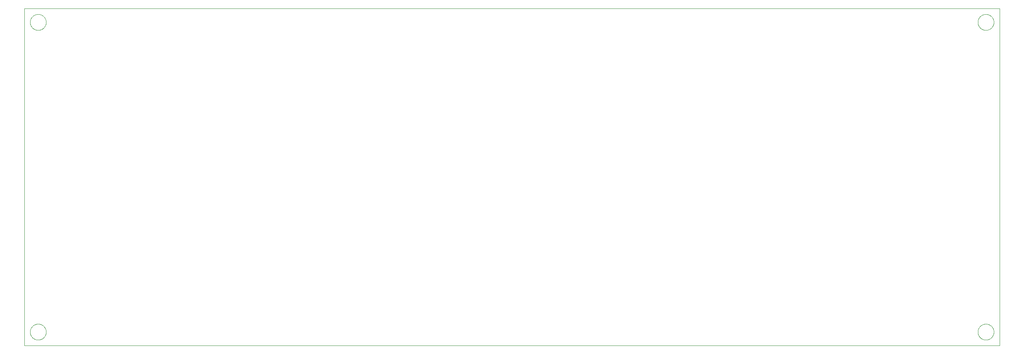
<source format=gtp>
G75*
%MOIN*%
%OFA0B0*%
%FSLAX25Y25*%
%IPPOS*%
%LPD*%
%AMOC8*
5,1,8,0,0,1.08239X$1,22.5*
%
%ADD10C,0.00000*%
D10*
X0001000Y0001000D02*
X0001000Y0292339D01*
X0841551Y0292339D01*
X0841551Y0001000D01*
X0001000Y0001000D01*
X0005921Y0012811D02*
X0005923Y0012980D01*
X0005929Y0013149D01*
X0005940Y0013318D01*
X0005954Y0013486D01*
X0005973Y0013654D01*
X0005996Y0013822D01*
X0006022Y0013989D01*
X0006053Y0014155D01*
X0006088Y0014321D01*
X0006127Y0014485D01*
X0006171Y0014649D01*
X0006218Y0014811D01*
X0006269Y0014972D01*
X0006324Y0015132D01*
X0006383Y0015291D01*
X0006445Y0015448D01*
X0006512Y0015603D01*
X0006583Y0015757D01*
X0006657Y0015909D01*
X0006735Y0016059D01*
X0006816Y0016207D01*
X0006901Y0016353D01*
X0006990Y0016497D01*
X0007082Y0016639D01*
X0007178Y0016778D01*
X0007277Y0016915D01*
X0007379Y0017050D01*
X0007485Y0017182D01*
X0007594Y0017311D01*
X0007706Y0017438D01*
X0007821Y0017562D01*
X0007939Y0017683D01*
X0008060Y0017801D01*
X0008184Y0017916D01*
X0008311Y0018028D01*
X0008440Y0018137D01*
X0008572Y0018243D01*
X0008707Y0018345D01*
X0008844Y0018444D01*
X0008983Y0018540D01*
X0009125Y0018632D01*
X0009269Y0018721D01*
X0009415Y0018806D01*
X0009563Y0018887D01*
X0009713Y0018965D01*
X0009865Y0019039D01*
X0010019Y0019110D01*
X0010174Y0019177D01*
X0010331Y0019239D01*
X0010490Y0019298D01*
X0010650Y0019353D01*
X0010811Y0019404D01*
X0010973Y0019451D01*
X0011137Y0019495D01*
X0011301Y0019534D01*
X0011467Y0019569D01*
X0011633Y0019600D01*
X0011800Y0019626D01*
X0011968Y0019649D01*
X0012136Y0019668D01*
X0012304Y0019682D01*
X0012473Y0019693D01*
X0012642Y0019699D01*
X0012811Y0019701D01*
X0012980Y0019699D01*
X0013149Y0019693D01*
X0013318Y0019682D01*
X0013486Y0019668D01*
X0013654Y0019649D01*
X0013822Y0019626D01*
X0013989Y0019600D01*
X0014155Y0019569D01*
X0014321Y0019534D01*
X0014485Y0019495D01*
X0014649Y0019451D01*
X0014811Y0019404D01*
X0014972Y0019353D01*
X0015132Y0019298D01*
X0015291Y0019239D01*
X0015448Y0019177D01*
X0015603Y0019110D01*
X0015757Y0019039D01*
X0015909Y0018965D01*
X0016059Y0018887D01*
X0016207Y0018806D01*
X0016353Y0018721D01*
X0016497Y0018632D01*
X0016639Y0018540D01*
X0016778Y0018444D01*
X0016915Y0018345D01*
X0017050Y0018243D01*
X0017182Y0018137D01*
X0017311Y0018028D01*
X0017438Y0017916D01*
X0017562Y0017801D01*
X0017683Y0017683D01*
X0017801Y0017562D01*
X0017916Y0017438D01*
X0018028Y0017311D01*
X0018137Y0017182D01*
X0018243Y0017050D01*
X0018345Y0016915D01*
X0018444Y0016778D01*
X0018540Y0016639D01*
X0018632Y0016497D01*
X0018721Y0016353D01*
X0018806Y0016207D01*
X0018887Y0016059D01*
X0018965Y0015909D01*
X0019039Y0015757D01*
X0019110Y0015603D01*
X0019177Y0015448D01*
X0019239Y0015291D01*
X0019298Y0015132D01*
X0019353Y0014972D01*
X0019404Y0014811D01*
X0019451Y0014649D01*
X0019495Y0014485D01*
X0019534Y0014321D01*
X0019569Y0014155D01*
X0019600Y0013989D01*
X0019626Y0013822D01*
X0019649Y0013654D01*
X0019668Y0013486D01*
X0019682Y0013318D01*
X0019693Y0013149D01*
X0019699Y0012980D01*
X0019701Y0012811D01*
X0019699Y0012642D01*
X0019693Y0012473D01*
X0019682Y0012304D01*
X0019668Y0012136D01*
X0019649Y0011968D01*
X0019626Y0011800D01*
X0019600Y0011633D01*
X0019569Y0011467D01*
X0019534Y0011301D01*
X0019495Y0011137D01*
X0019451Y0010973D01*
X0019404Y0010811D01*
X0019353Y0010650D01*
X0019298Y0010490D01*
X0019239Y0010331D01*
X0019177Y0010174D01*
X0019110Y0010019D01*
X0019039Y0009865D01*
X0018965Y0009713D01*
X0018887Y0009563D01*
X0018806Y0009415D01*
X0018721Y0009269D01*
X0018632Y0009125D01*
X0018540Y0008983D01*
X0018444Y0008844D01*
X0018345Y0008707D01*
X0018243Y0008572D01*
X0018137Y0008440D01*
X0018028Y0008311D01*
X0017916Y0008184D01*
X0017801Y0008060D01*
X0017683Y0007939D01*
X0017562Y0007821D01*
X0017438Y0007706D01*
X0017311Y0007594D01*
X0017182Y0007485D01*
X0017050Y0007379D01*
X0016915Y0007277D01*
X0016778Y0007178D01*
X0016639Y0007082D01*
X0016497Y0006990D01*
X0016353Y0006901D01*
X0016207Y0006816D01*
X0016059Y0006735D01*
X0015909Y0006657D01*
X0015757Y0006583D01*
X0015603Y0006512D01*
X0015448Y0006445D01*
X0015291Y0006383D01*
X0015132Y0006324D01*
X0014972Y0006269D01*
X0014811Y0006218D01*
X0014649Y0006171D01*
X0014485Y0006127D01*
X0014321Y0006088D01*
X0014155Y0006053D01*
X0013989Y0006022D01*
X0013822Y0005996D01*
X0013654Y0005973D01*
X0013486Y0005954D01*
X0013318Y0005940D01*
X0013149Y0005929D01*
X0012980Y0005923D01*
X0012811Y0005921D01*
X0012642Y0005923D01*
X0012473Y0005929D01*
X0012304Y0005940D01*
X0012136Y0005954D01*
X0011968Y0005973D01*
X0011800Y0005996D01*
X0011633Y0006022D01*
X0011467Y0006053D01*
X0011301Y0006088D01*
X0011137Y0006127D01*
X0010973Y0006171D01*
X0010811Y0006218D01*
X0010650Y0006269D01*
X0010490Y0006324D01*
X0010331Y0006383D01*
X0010174Y0006445D01*
X0010019Y0006512D01*
X0009865Y0006583D01*
X0009713Y0006657D01*
X0009563Y0006735D01*
X0009415Y0006816D01*
X0009269Y0006901D01*
X0009125Y0006990D01*
X0008983Y0007082D01*
X0008844Y0007178D01*
X0008707Y0007277D01*
X0008572Y0007379D01*
X0008440Y0007485D01*
X0008311Y0007594D01*
X0008184Y0007706D01*
X0008060Y0007821D01*
X0007939Y0007939D01*
X0007821Y0008060D01*
X0007706Y0008184D01*
X0007594Y0008311D01*
X0007485Y0008440D01*
X0007379Y0008572D01*
X0007277Y0008707D01*
X0007178Y0008844D01*
X0007082Y0008983D01*
X0006990Y0009125D01*
X0006901Y0009269D01*
X0006816Y0009415D01*
X0006735Y0009563D01*
X0006657Y0009713D01*
X0006583Y0009865D01*
X0006512Y0010019D01*
X0006445Y0010174D01*
X0006383Y0010331D01*
X0006324Y0010490D01*
X0006269Y0010650D01*
X0006218Y0010811D01*
X0006171Y0010973D01*
X0006127Y0011137D01*
X0006088Y0011301D01*
X0006053Y0011467D01*
X0006022Y0011633D01*
X0005996Y0011800D01*
X0005973Y0011968D01*
X0005954Y0012136D01*
X0005940Y0012304D01*
X0005929Y0012473D01*
X0005923Y0012642D01*
X0005921Y0012811D01*
X0005921Y0280528D02*
X0005923Y0280697D01*
X0005929Y0280866D01*
X0005940Y0281035D01*
X0005954Y0281203D01*
X0005973Y0281371D01*
X0005996Y0281539D01*
X0006022Y0281706D01*
X0006053Y0281872D01*
X0006088Y0282038D01*
X0006127Y0282202D01*
X0006171Y0282366D01*
X0006218Y0282528D01*
X0006269Y0282689D01*
X0006324Y0282849D01*
X0006383Y0283008D01*
X0006445Y0283165D01*
X0006512Y0283320D01*
X0006583Y0283474D01*
X0006657Y0283626D01*
X0006735Y0283776D01*
X0006816Y0283924D01*
X0006901Y0284070D01*
X0006990Y0284214D01*
X0007082Y0284356D01*
X0007178Y0284495D01*
X0007277Y0284632D01*
X0007379Y0284767D01*
X0007485Y0284899D01*
X0007594Y0285028D01*
X0007706Y0285155D01*
X0007821Y0285279D01*
X0007939Y0285400D01*
X0008060Y0285518D01*
X0008184Y0285633D01*
X0008311Y0285745D01*
X0008440Y0285854D01*
X0008572Y0285960D01*
X0008707Y0286062D01*
X0008844Y0286161D01*
X0008983Y0286257D01*
X0009125Y0286349D01*
X0009269Y0286438D01*
X0009415Y0286523D01*
X0009563Y0286604D01*
X0009713Y0286682D01*
X0009865Y0286756D01*
X0010019Y0286827D01*
X0010174Y0286894D01*
X0010331Y0286956D01*
X0010490Y0287015D01*
X0010650Y0287070D01*
X0010811Y0287121D01*
X0010973Y0287168D01*
X0011137Y0287212D01*
X0011301Y0287251D01*
X0011467Y0287286D01*
X0011633Y0287317D01*
X0011800Y0287343D01*
X0011968Y0287366D01*
X0012136Y0287385D01*
X0012304Y0287399D01*
X0012473Y0287410D01*
X0012642Y0287416D01*
X0012811Y0287418D01*
X0012980Y0287416D01*
X0013149Y0287410D01*
X0013318Y0287399D01*
X0013486Y0287385D01*
X0013654Y0287366D01*
X0013822Y0287343D01*
X0013989Y0287317D01*
X0014155Y0287286D01*
X0014321Y0287251D01*
X0014485Y0287212D01*
X0014649Y0287168D01*
X0014811Y0287121D01*
X0014972Y0287070D01*
X0015132Y0287015D01*
X0015291Y0286956D01*
X0015448Y0286894D01*
X0015603Y0286827D01*
X0015757Y0286756D01*
X0015909Y0286682D01*
X0016059Y0286604D01*
X0016207Y0286523D01*
X0016353Y0286438D01*
X0016497Y0286349D01*
X0016639Y0286257D01*
X0016778Y0286161D01*
X0016915Y0286062D01*
X0017050Y0285960D01*
X0017182Y0285854D01*
X0017311Y0285745D01*
X0017438Y0285633D01*
X0017562Y0285518D01*
X0017683Y0285400D01*
X0017801Y0285279D01*
X0017916Y0285155D01*
X0018028Y0285028D01*
X0018137Y0284899D01*
X0018243Y0284767D01*
X0018345Y0284632D01*
X0018444Y0284495D01*
X0018540Y0284356D01*
X0018632Y0284214D01*
X0018721Y0284070D01*
X0018806Y0283924D01*
X0018887Y0283776D01*
X0018965Y0283626D01*
X0019039Y0283474D01*
X0019110Y0283320D01*
X0019177Y0283165D01*
X0019239Y0283008D01*
X0019298Y0282849D01*
X0019353Y0282689D01*
X0019404Y0282528D01*
X0019451Y0282366D01*
X0019495Y0282202D01*
X0019534Y0282038D01*
X0019569Y0281872D01*
X0019600Y0281706D01*
X0019626Y0281539D01*
X0019649Y0281371D01*
X0019668Y0281203D01*
X0019682Y0281035D01*
X0019693Y0280866D01*
X0019699Y0280697D01*
X0019701Y0280528D01*
X0019699Y0280359D01*
X0019693Y0280190D01*
X0019682Y0280021D01*
X0019668Y0279853D01*
X0019649Y0279685D01*
X0019626Y0279517D01*
X0019600Y0279350D01*
X0019569Y0279184D01*
X0019534Y0279018D01*
X0019495Y0278854D01*
X0019451Y0278690D01*
X0019404Y0278528D01*
X0019353Y0278367D01*
X0019298Y0278207D01*
X0019239Y0278048D01*
X0019177Y0277891D01*
X0019110Y0277736D01*
X0019039Y0277582D01*
X0018965Y0277430D01*
X0018887Y0277280D01*
X0018806Y0277132D01*
X0018721Y0276986D01*
X0018632Y0276842D01*
X0018540Y0276700D01*
X0018444Y0276561D01*
X0018345Y0276424D01*
X0018243Y0276289D01*
X0018137Y0276157D01*
X0018028Y0276028D01*
X0017916Y0275901D01*
X0017801Y0275777D01*
X0017683Y0275656D01*
X0017562Y0275538D01*
X0017438Y0275423D01*
X0017311Y0275311D01*
X0017182Y0275202D01*
X0017050Y0275096D01*
X0016915Y0274994D01*
X0016778Y0274895D01*
X0016639Y0274799D01*
X0016497Y0274707D01*
X0016353Y0274618D01*
X0016207Y0274533D01*
X0016059Y0274452D01*
X0015909Y0274374D01*
X0015757Y0274300D01*
X0015603Y0274229D01*
X0015448Y0274162D01*
X0015291Y0274100D01*
X0015132Y0274041D01*
X0014972Y0273986D01*
X0014811Y0273935D01*
X0014649Y0273888D01*
X0014485Y0273844D01*
X0014321Y0273805D01*
X0014155Y0273770D01*
X0013989Y0273739D01*
X0013822Y0273713D01*
X0013654Y0273690D01*
X0013486Y0273671D01*
X0013318Y0273657D01*
X0013149Y0273646D01*
X0012980Y0273640D01*
X0012811Y0273638D01*
X0012642Y0273640D01*
X0012473Y0273646D01*
X0012304Y0273657D01*
X0012136Y0273671D01*
X0011968Y0273690D01*
X0011800Y0273713D01*
X0011633Y0273739D01*
X0011467Y0273770D01*
X0011301Y0273805D01*
X0011137Y0273844D01*
X0010973Y0273888D01*
X0010811Y0273935D01*
X0010650Y0273986D01*
X0010490Y0274041D01*
X0010331Y0274100D01*
X0010174Y0274162D01*
X0010019Y0274229D01*
X0009865Y0274300D01*
X0009713Y0274374D01*
X0009563Y0274452D01*
X0009415Y0274533D01*
X0009269Y0274618D01*
X0009125Y0274707D01*
X0008983Y0274799D01*
X0008844Y0274895D01*
X0008707Y0274994D01*
X0008572Y0275096D01*
X0008440Y0275202D01*
X0008311Y0275311D01*
X0008184Y0275423D01*
X0008060Y0275538D01*
X0007939Y0275656D01*
X0007821Y0275777D01*
X0007706Y0275901D01*
X0007594Y0276028D01*
X0007485Y0276157D01*
X0007379Y0276289D01*
X0007277Y0276424D01*
X0007178Y0276561D01*
X0007082Y0276700D01*
X0006990Y0276842D01*
X0006901Y0276986D01*
X0006816Y0277132D01*
X0006735Y0277280D01*
X0006657Y0277430D01*
X0006583Y0277582D01*
X0006512Y0277736D01*
X0006445Y0277891D01*
X0006383Y0278048D01*
X0006324Y0278207D01*
X0006269Y0278367D01*
X0006218Y0278528D01*
X0006171Y0278690D01*
X0006127Y0278854D01*
X0006088Y0279018D01*
X0006053Y0279184D01*
X0006022Y0279350D01*
X0005996Y0279517D01*
X0005973Y0279685D01*
X0005954Y0279853D01*
X0005940Y0280021D01*
X0005929Y0280190D01*
X0005923Y0280359D01*
X0005921Y0280528D01*
X0822850Y0280528D02*
X0822852Y0280697D01*
X0822858Y0280866D01*
X0822869Y0281035D01*
X0822883Y0281203D01*
X0822902Y0281371D01*
X0822925Y0281539D01*
X0822951Y0281706D01*
X0822982Y0281872D01*
X0823017Y0282038D01*
X0823056Y0282202D01*
X0823100Y0282366D01*
X0823147Y0282528D01*
X0823198Y0282689D01*
X0823253Y0282849D01*
X0823312Y0283008D01*
X0823374Y0283165D01*
X0823441Y0283320D01*
X0823512Y0283474D01*
X0823586Y0283626D01*
X0823664Y0283776D01*
X0823745Y0283924D01*
X0823830Y0284070D01*
X0823919Y0284214D01*
X0824011Y0284356D01*
X0824107Y0284495D01*
X0824206Y0284632D01*
X0824308Y0284767D01*
X0824414Y0284899D01*
X0824523Y0285028D01*
X0824635Y0285155D01*
X0824750Y0285279D01*
X0824868Y0285400D01*
X0824989Y0285518D01*
X0825113Y0285633D01*
X0825240Y0285745D01*
X0825369Y0285854D01*
X0825501Y0285960D01*
X0825636Y0286062D01*
X0825773Y0286161D01*
X0825912Y0286257D01*
X0826054Y0286349D01*
X0826198Y0286438D01*
X0826344Y0286523D01*
X0826492Y0286604D01*
X0826642Y0286682D01*
X0826794Y0286756D01*
X0826948Y0286827D01*
X0827103Y0286894D01*
X0827260Y0286956D01*
X0827419Y0287015D01*
X0827579Y0287070D01*
X0827740Y0287121D01*
X0827902Y0287168D01*
X0828066Y0287212D01*
X0828230Y0287251D01*
X0828396Y0287286D01*
X0828562Y0287317D01*
X0828729Y0287343D01*
X0828897Y0287366D01*
X0829065Y0287385D01*
X0829233Y0287399D01*
X0829402Y0287410D01*
X0829571Y0287416D01*
X0829740Y0287418D01*
X0829909Y0287416D01*
X0830078Y0287410D01*
X0830247Y0287399D01*
X0830415Y0287385D01*
X0830583Y0287366D01*
X0830751Y0287343D01*
X0830918Y0287317D01*
X0831084Y0287286D01*
X0831250Y0287251D01*
X0831414Y0287212D01*
X0831578Y0287168D01*
X0831740Y0287121D01*
X0831901Y0287070D01*
X0832061Y0287015D01*
X0832220Y0286956D01*
X0832377Y0286894D01*
X0832532Y0286827D01*
X0832686Y0286756D01*
X0832838Y0286682D01*
X0832988Y0286604D01*
X0833136Y0286523D01*
X0833282Y0286438D01*
X0833426Y0286349D01*
X0833568Y0286257D01*
X0833707Y0286161D01*
X0833844Y0286062D01*
X0833979Y0285960D01*
X0834111Y0285854D01*
X0834240Y0285745D01*
X0834367Y0285633D01*
X0834491Y0285518D01*
X0834612Y0285400D01*
X0834730Y0285279D01*
X0834845Y0285155D01*
X0834957Y0285028D01*
X0835066Y0284899D01*
X0835172Y0284767D01*
X0835274Y0284632D01*
X0835373Y0284495D01*
X0835469Y0284356D01*
X0835561Y0284214D01*
X0835650Y0284070D01*
X0835735Y0283924D01*
X0835816Y0283776D01*
X0835894Y0283626D01*
X0835968Y0283474D01*
X0836039Y0283320D01*
X0836106Y0283165D01*
X0836168Y0283008D01*
X0836227Y0282849D01*
X0836282Y0282689D01*
X0836333Y0282528D01*
X0836380Y0282366D01*
X0836424Y0282202D01*
X0836463Y0282038D01*
X0836498Y0281872D01*
X0836529Y0281706D01*
X0836555Y0281539D01*
X0836578Y0281371D01*
X0836597Y0281203D01*
X0836611Y0281035D01*
X0836622Y0280866D01*
X0836628Y0280697D01*
X0836630Y0280528D01*
X0836628Y0280359D01*
X0836622Y0280190D01*
X0836611Y0280021D01*
X0836597Y0279853D01*
X0836578Y0279685D01*
X0836555Y0279517D01*
X0836529Y0279350D01*
X0836498Y0279184D01*
X0836463Y0279018D01*
X0836424Y0278854D01*
X0836380Y0278690D01*
X0836333Y0278528D01*
X0836282Y0278367D01*
X0836227Y0278207D01*
X0836168Y0278048D01*
X0836106Y0277891D01*
X0836039Y0277736D01*
X0835968Y0277582D01*
X0835894Y0277430D01*
X0835816Y0277280D01*
X0835735Y0277132D01*
X0835650Y0276986D01*
X0835561Y0276842D01*
X0835469Y0276700D01*
X0835373Y0276561D01*
X0835274Y0276424D01*
X0835172Y0276289D01*
X0835066Y0276157D01*
X0834957Y0276028D01*
X0834845Y0275901D01*
X0834730Y0275777D01*
X0834612Y0275656D01*
X0834491Y0275538D01*
X0834367Y0275423D01*
X0834240Y0275311D01*
X0834111Y0275202D01*
X0833979Y0275096D01*
X0833844Y0274994D01*
X0833707Y0274895D01*
X0833568Y0274799D01*
X0833426Y0274707D01*
X0833282Y0274618D01*
X0833136Y0274533D01*
X0832988Y0274452D01*
X0832838Y0274374D01*
X0832686Y0274300D01*
X0832532Y0274229D01*
X0832377Y0274162D01*
X0832220Y0274100D01*
X0832061Y0274041D01*
X0831901Y0273986D01*
X0831740Y0273935D01*
X0831578Y0273888D01*
X0831414Y0273844D01*
X0831250Y0273805D01*
X0831084Y0273770D01*
X0830918Y0273739D01*
X0830751Y0273713D01*
X0830583Y0273690D01*
X0830415Y0273671D01*
X0830247Y0273657D01*
X0830078Y0273646D01*
X0829909Y0273640D01*
X0829740Y0273638D01*
X0829571Y0273640D01*
X0829402Y0273646D01*
X0829233Y0273657D01*
X0829065Y0273671D01*
X0828897Y0273690D01*
X0828729Y0273713D01*
X0828562Y0273739D01*
X0828396Y0273770D01*
X0828230Y0273805D01*
X0828066Y0273844D01*
X0827902Y0273888D01*
X0827740Y0273935D01*
X0827579Y0273986D01*
X0827419Y0274041D01*
X0827260Y0274100D01*
X0827103Y0274162D01*
X0826948Y0274229D01*
X0826794Y0274300D01*
X0826642Y0274374D01*
X0826492Y0274452D01*
X0826344Y0274533D01*
X0826198Y0274618D01*
X0826054Y0274707D01*
X0825912Y0274799D01*
X0825773Y0274895D01*
X0825636Y0274994D01*
X0825501Y0275096D01*
X0825369Y0275202D01*
X0825240Y0275311D01*
X0825113Y0275423D01*
X0824989Y0275538D01*
X0824868Y0275656D01*
X0824750Y0275777D01*
X0824635Y0275901D01*
X0824523Y0276028D01*
X0824414Y0276157D01*
X0824308Y0276289D01*
X0824206Y0276424D01*
X0824107Y0276561D01*
X0824011Y0276700D01*
X0823919Y0276842D01*
X0823830Y0276986D01*
X0823745Y0277132D01*
X0823664Y0277280D01*
X0823586Y0277430D01*
X0823512Y0277582D01*
X0823441Y0277736D01*
X0823374Y0277891D01*
X0823312Y0278048D01*
X0823253Y0278207D01*
X0823198Y0278367D01*
X0823147Y0278528D01*
X0823100Y0278690D01*
X0823056Y0278854D01*
X0823017Y0279018D01*
X0822982Y0279184D01*
X0822951Y0279350D01*
X0822925Y0279517D01*
X0822902Y0279685D01*
X0822883Y0279853D01*
X0822869Y0280021D01*
X0822858Y0280190D01*
X0822852Y0280359D01*
X0822850Y0280528D01*
X0822850Y0012811D02*
X0822852Y0012980D01*
X0822858Y0013149D01*
X0822869Y0013318D01*
X0822883Y0013486D01*
X0822902Y0013654D01*
X0822925Y0013822D01*
X0822951Y0013989D01*
X0822982Y0014155D01*
X0823017Y0014321D01*
X0823056Y0014485D01*
X0823100Y0014649D01*
X0823147Y0014811D01*
X0823198Y0014972D01*
X0823253Y0015132D01*
X0823312Y0015291D01*
X0823374Y0015448D01*
X0823441Y0015603D01*
X0823512Y0015757D01*
X0823586Y0015909D01*
X0823664Y0016059D01*
X0823745Y0016207D01*
X0823830Y0016353D01*
X0823919Y0016497D01*
X0824011Y0016639D01*
X0824107Y0016778D01*
X0824206Y0016915D01*
X0824308Y0017050D01*
X0824414Y0017182D01*
X0824523Y0017311D01*
X0824635Y0017438D01*
X0824750Y0017562D01*
X0824868Y0017683D01*
X0824989Y0017801D01*
X0825113Y0017916D01*
X0825240Y0018028D01*
X0825369Y0018137D01*
X0825501Y0018243D01*
X0825636Y0018345D01*
X0825773Y0018444D01*
X0825912Y0018540D01*
X0826054Y0018632D01*
X0826198Y0018721D01*
X0826344Y0018806D01*
X0826492Y0018887D01*
X0826642Y0018965D01*
X0826794Y0019039D01*
X0826948Y0019110D01*
X0827103Y0019177D01*
X0827260Y0019239D01*
X0827419Y0019298D01*
X0827579Y0019353D01*
X0827740Y0019404D01*
X0827902Y0019451D01*
X0828066Y0019495D01*
X0828230Y0019534D01*
X0828396Y0019569D01*
X0828562Y0019600D01*
X0828729Y0019626D01*
X0828897Y0019649D01*
X0829065Y0019668D01*
X0829233Y0019682D01*
X0829402Y0019693D01*
X0829571Y0019699D01*
X0829740Y0019701D01*
X0829909Y0019699D01*
X0830078Y0019693D01*
X0830247Y0019682D01*
X0830415Y0019668D01*
X0830583Y0019649D01*
X0830751Y0019626D01*
X0830918Y0019600D01*
X0831084Y0019569D01*
X0831250Y0019534D01*
X0831414Y0019495D01*
X0831578Y0019451D01*
X0831740Y0019404D01*
X0831901Y0019353D01*
X0832061Y0019298D01*
X0832220Y0019239D01*
X0832377Y0019177D01*
X0832532Y0019110D01*
X0832686Y0019039D01*
X0832838Y0018965D01*
X0832988Y0018887D01*
X0833136Y0018806D01*
X0833282Y0018721D01*
X0833426Y0018632D01*
X0833568Y0018540D01*
X0833707Y0018444D01*
X0833844Y0018345D01*
X0833979Y0018243D01*
X0834111Y0018137D01*
X0834240Y0018028D01*
X0834367Y0017916D01*
X0834491Y0017801D01*
X0834612Y0017683D01*
X0834730Y0017562D01*
X0834845Y0017438D01*
X0834957Y0017311D01*
X0835066Y0017182D01*
X0835172Y0017050D01*
X0835274Y0016915D01*
X0835373Y0016778D01*
X0835469Y0016639D01*
X0835561Y0016497D01*
X0835650Y0016353D01*
X0835735Y0016207D01*
X0835816Y0016059D01*
X0835894Y0015909D01*
X0835968Y0015757D01*
X0836039Y0015603D01*
X0836106Y0015448D01*
X0836168Y0015291D01*
X0836227Y0015132D01*
X0836282Y0014972D01*
X0836333Y0014811D01*
X0836380Y0014649D01*
X0836424Y0014485D01*
X0836463Y0014321D01*
X0836498Y0014155D01*
X0836529Y0013989D01*
X0836555Y0013822D01*
X0836578Y0013654D01*
X0836597Y0013486D01*
X0836611Y0013318D01*
X0836622Y0013149D01*
X0836628Y0012980D01*
X0836630Y0012811D01*
X0836628Y0012642D01*
X0836622Y0012473D01*
X0836611Y0012304D01*
X0836597Y0012136D01*
X0836578Y0011968D01*
X0836555Y0011800D01*
X0836529Y0011633D01*
X0836498Y0011467D01*
X0836463Y0011301D01*
X0836424Y0011137D01*
X0836380Y0010973D01*
X0836333Y0010811D01*
X0836282Y0010650D01*
X0836227Y0010490D01*
X0836168Y0010331D01*
X0836106Y0010174D01*
X0836039Y0010019D01*
X0835968Y0009865D01*
X0835894Y0009713D01*
X0835816Y0009563D01*
X0835735Y0009415D01*
X0835650Y0009269D01*
X0835561Y0009125D01*
X0835469Y0008983D01*
X0835373Y0008844D01*
X0835274Y0008707D01*
X0835172Y0008572D01*
X0835066Y0008440D01*
X0834957Y0008311D01*
X0834845Y0008184D01*
X0834730Y0008060D01*
X0834612Y0007939D01*
X0834491Y0007821D01*
X0834367Y0007706D01*
X0834240Y0007594D01*
X0834111Y0007485D01*
X0833979Y0007379D01*
X0833844Y0007277D01*
X0833707Y0007178D01*
X0833568Y0007082D01*
X0833426Y0006990D01*
X0833282Y0006901D01*
X0833136Y0006816D01*
X0832988Y0006735D01*
X0832838Y0006657D01*
X0832686Y0006583D01*
X0832532Y0006512D01*
X0832377Y0006445D01*
X0832220Y0006383D01*
X0832061Y0006324D01*
X0831901Y0006269D01*
X0831740Y0006218D01*
X0831578Y0006171D01*
X0831414Y0006127D01*
X0831250Y0006088D01*
X0831084Y0006053D01*
X0830918Y0006022D01*
X0830751Y0005996D01*
X0830583Y0005973D01*
X0830415Y0005954D01*
X0830247Y0005940D01*
X0830078Y0005929D01*
X0829909Y0005923D01*
X0829740Y0005921D01*
X0829571Y0005923D01*
X0829402Y0005929D01*
X0829233Y0005940D01*
X0829065Y0005954D01*
X0828897Y0005973D01*
X0828729Y0005996D01*
X0828562Y0006022D01*
X0828396Y0006053D01*
X0828230Y0006088D01*
X0828066Y0006127D01*
X0827902Y0006171D01*
X0827740Y0006218D01*
X0827579Y0006269D01*
X0827419Y0006324D01*
X0827260Y0006383D01*
X0827103Y0006445D01*
X0826948Y0006512D01*
X0826794Y0006583D01*
X0826642Y0006657D01*
X0826492Y0006735D01*
X0826344Y0006816D01*
X0826198Y0006901D01*
X0826054Y0006990D01*
X0825912Y0007082D01*
X0825773Y0007178D01*
X0825636Y0007277D01*
X0825501Y0007379D01*
X0825369Y0007485D01*
X0825240Y0007594D01*
X0825113Y0007706D01*
X0824989Y0007821D01*
X0824868Y0007939D01*
X0824750Y0008060D01*
X0824635Y0008184D01*
X0824523Y0008311D01*
X0824414Y0008440D01*
X0824308Y0008572D01*
X0824206Y0008707D01*
X0824107Y0008844D01*
X0824011Y0008983D01*
X0823919Y0009125D01*
X0823830Y0009269D01*
X0823745Y0009415D01*
X0823664Y0009563D01*
X0823586Y0009713D01*
X0823512Y0009865D01*
X0823441Y0010019D01*
X0823374Y0010174D01*
X0823312Y0010331D01*
X0823253Y0010490D01*
X0823198Y0010650D01*
X0823147Y0010811D01*
X0823100Y0010973D01*
X0823056Y0011137D01*
X0823017Y0011301D01*
X0822982Y0011467D01*
X0822951Y0011633D01*
X0822925Y0011800D01*
X0822902Y0011968D01*
X0822883Y0012136D01*
X0822869Y0012304D01*
X0822858Y0012473D01*
X0822852Y0012642D01*
X0822850Y0012811D01*
M02*

</source>
